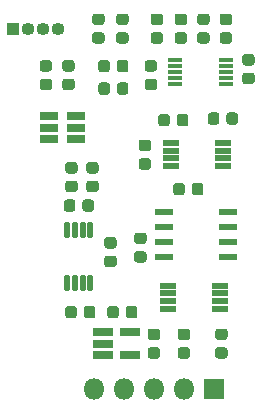
<source format=gbr>
%TF.GenerationSoftware,KiCad,Pcbnew,(5.1.6)-1*%
%TF.CreationDate,2021-06-11T10:25:49-05:00*%
%TF.ProjectId,Sapphire_AnalogMic,53617070-6869-4726-955f-416e616c6f67,rev?*%
%TF.SameCoordinates,Original*%
%TF.FileFunction,Soldermask,Top*%
%TF.FilePolarity,Negative*%
%FSLAX46Y46*%
G04 Gerber Fmt 4.6, Leading zero omitted, Abs format (unit mm)*
G04 Created by KiCad (PCBNEW (5.1.6)-1) date 2021-06-11 10:25:49*
%MOMM*%
%LPD*%
G01*
G04 APERTURE LIST*
%ADD10O,1.100000X1.100000*%
%ADD11R,1.100000X1.100000*%
%ADD12R,1.420800X0.506400*%
%ADD13R,1.560500X0.633400*%
%ADD14R,1.573200X0.658800*%
%ADD15R,1.200000X0.350000*%
%ADD16O,1.800000X1.800000*%
%ADD17R,1.800000X1.800000*%
%ADD18R,1.674800X0.658800*%
%ADD19O,0.549999X1.450000*%
G04 APERTURE END LIST*
D10*
%TO.C,J102*%
X114427000Y-101600000D03*
X113157000Y-101600000D03*
X111887000Y-101600000D03*
D11*
X110617000Y-101600000D03*
%TD*%
D12*
%TO.C,U101*%
X123774200Y-125308360D03*
X123774200Y-124658120D03*
X123774200Y-124007880D03*
X123774200Y-123357640D03*
X128193800Y-123357640D03*
X128193800Y-124007880D03*
X128193800Y-124658120D03*
X128193800Y-125308360D03*
%TD*%
%TO.C,C105*%
G36*
G01*
X122074250Y-111968000D02*
X121511750Y-111968000D01*
G75*
G02*
X121268000Y-111724250I0J243750D01*
G01*
X121268000Y-111236750D01*
G75*
G02*
X121511750Y-110993000I243750J0D01*
G01*
X122074250Y-110993000D01*
G75*
G02*
X122318000Y-111236750I0J-243750D01*
G01*
X122318000Y-111724250D01*
G75*
G02*
X122074250Y-111968000I-243750J0D01*
G01*
G37*
G36*
G01*
X122074250Y-113543000D02*
X121511750Y-113543000D01*
G75*
G02*
X121268000Y-113299250I0J243750D01*
G01*
X121268000Y-112811750D01*
G75*
G02*
X121511750Y-112568000I243750J0D01*
G01*
X122074250Y-112568000D01*
G75*
G02*
X122318000Y-112811750I0J-243750D01*
G01*
X122318000Y-113299250D01*
G75*
G02*
X122074250Y-113543000I-243750J0D01*
G01*
G37*
%TD*%
D13*
%TO.C,U107*%
X128835150Y-117094000D03*
X128835150Y-118364000D03*
X128835150Y-119634000D03*
X128835150Y-120904000D03*
X123386850Y-120904000D03*
X123386850Y-119634000D03*
X123386850Y-118364000D03*
X123386850Y-117094000D03*
%TD*%
%TO.C,C112*%
G36*
G01*
X121693250Y-119842000D02*
X121130750Y-119842000D01*
G75*
G02*
X120887000Y-119598250I0J243750D01*
G01*
X120887000Y-119110750D01*
G75*
G02*
X121130750Y-118867000I243750J0D01*
G01*
X121693250Y-118867000D01*
G75*
G02*
X121937000Y-119110750I0J-243750D01*
G01*
X121937000Y-119598250D01*
G75*
G02*
X121693250Y-119842000I-243750J0D01*
G01*
G37*
G36*
G01*
X121693250Y-121417000D02*
X121130750Y-121417000D01*
G75*
G02*
X120887000Y-121173250I0J243750D01*
G01*
X120887000Y-120685750D01*
G75*
G02*
X121130750Y-120442000I243750J0D01*
G01*
X121693250Y-120442000D01*
G75*
G02*
X121937000Y-120685750I0J-243750D01*
G01*
X121937000Y-121173250D01*
G75*
G02*
X121693250Y-121417000I-243750J0D01*
G01*
G37*
%TD*%
%TO.C,C110*%
G36*
G01*
X125776000Y-115470250D02*
X125776000Y-114907750D01*
G75*
G02*
X126019750Y-114664000I243750J0D01*
G01*
X126507250Y-114664000D01*
G75*
G02*
X126751000Y-114907750I0J-243750D01*
G01*
X126751000Y-115470250D01*
G75*
G02*
X126507250Y-115714000I-243750J0D01*
G01*
X126019750Y-115714000D01*
G75*
G02*
X125776000Y-115470250I0J243750D01*
G01*
G37*
G36*
G01*
X124201000Y-115470250D02*
X124201000Y-114907750D01*
G75*
G02*
X124444750Y-114664000I243750J0D01*
G01*
X124932250Y-114664000D01*
G75*
G02*
X125176000Y-114907750I0J-243750D01*
G01*
X125176000Y-115470250D01*
G75*
G02*
X124932250Y-115714000I-243750J0D01*
G01*
X124444750Y-115714000D01*
G75*
G02*
X124201000Y-115470250I0J243750D01*
G01*
G37*
%TD*%
D14*
%TO.C,U106*%
X113690400Y-110932001D03*
X113690400Y-109982000D03*
X113690400Y-109031999D03*
X115925600Y-109031999D03*
X115925600Y-109982000D03*
X115925600Y-110932001D03*
%TD*%
%TO.C,R106*%
G36*
G01*
X126464750Y-101900000D02*
X127027250Y-101900000D01*
G75*
G02*
X127271000Y-102143750I0J-243750D01*
G01*
X127271000Y-102631250D01*
G75*
G02*
X127027250Y-102875000I-243750J0D01*
G01*
X126464750Y-102875000D01*
G75*
G02*
X126221000Y-102631250I0J243750D01*
G01*
X126221000Y-102143750D01*
G75*
G02*
X126464750Y-101900000I243750J0D01*
G01*
G37*
G36*
G01*
X126464750Y-100325000D02*
X127027250Y-100325000D01*
G75*
G02*
X127271000Y-100568750I0J-243750D01*
G01*
X127271000Y-101056250D01*
G75*
G02*
X127027250Y-101300000I-243750J0D01*
G01*
X126464750Y-101300000D01*
G75*
G02*
X126221000Y-101056250I0J243750D01*
G01*
X126221000Y-100568750D01*
G75*
G02*
X126464750Y-100325000I243750J0D01*
G01*
G37*
%TD*%
%TO.C,R104*%
G36*
G01*
X122527750Y-101900000D02*
X123090250Y-101900000D01*
G75*
G02*
X123334000Y-102143750I0J-243750D01*
G01*
X123334000Y-102631250D01*
G75*
G02*
X123090250Y-102875000I-243750J0D01*
G01*
X122527750Y-102875000D01*
G75*
G02*
X122284000Y-102631250I0J243750D01*
G01*
X122284000Y-102143750D01*
G75*
G02*
X122527750Y-101900000I243750J0D01*
G01*
G37*
G36*
G01*
X122527750Y-100325000D02*
X123090250Y-100325000D01*
G75*
G02*
X123334000Y-100568750I0J-243750D01*
G01*
X123334000Y-101056250D01*
G75*
G02*
X123090250Y-101300000I-243750J0D01*
G01*
X122527750Y-101300000D01*
G75*
G02*
X122284000Y-101056250I0J243750D01*
G01*
X122284000Y-100568750D01*
G75*
G02*
X122527750Y-100325000I243750J0D01*
G01*
G37*
%TD*%
D15*
%TO.C,U105*%
X128642000Y-104283000D03*
X128642000Y-104783000D03*
X128642000Y-105283000D03*
X128642000Y-105783000D03*
X128642000Y-106283000D03*
X124342000Y-106283000D03*
X124342000Y-105783000D03*
X124342000Y-105283000D03*
X124342000Y-104783000D03*
X124342000Y-104283000D03*
%TD*%
%TO.C,C106*%
G36*
G01*
X115034750Y-105837000D02*
X115597250Y-105837000D01*
G75*
G02*
X115841000Y-106080750I0J-243750D01*
G01*
X115841000Y-106568250D01*
G75*
G02*
X115597250Y-106812000I-243750J0D01*
G01*
X115034750Y-106812000D01*
G75*
G02*
X114791000Y-106568250I0J243750D01*
G01*
X114791000Y-106080750D01*
G75*
G02*
X115034750Y-105837000I243750J0D01*
G01*
G37*
G36*
G01*
X115034750Y-104262000D02*
X115597250Y-104262000D01*
G75*
G02*
X115841000Y-104505750I0J-243750D01*
G01*
X115841000Y-104993250D01*
G75*
G02*
X115597250Y-105237000I-243750J0D01*
G01*
X115034750Y-105237000D01*
G75*
G02*
X114791000Y-104993250I0J243750D01*
G01*
X114791000Y-104505750D01*
G75*
G02*
X115034750Y-104262000I243750J0D01*
G01*
G37*
%TD*%
%TO.C,R115*%
G36*
G01*
X128369750Y-101900000D02*
X128932250Y-101900000D01*
G75*
G02*
X129176000Y-102143750I0J-243750D01*
G01*
X129176000Y-102631250D01*
G75*
G02*
X128932250Y-102875000I-243750J0D01*
G01*
X128369750Y-102875000D01*
G75*
G02*
X128126000Y-102631250I0J243750D01*
G01*
X128126000Y-102143750D01*
G75*
G02*
X128369750Y-101900000I243750J0D01*
G01*
G37*
G36*
G01*
X128369750Y-100325000D02*
X128932250Y-100325000D01*
G75*
G02*
X129176000Y-100568750I0J-243750D01*
G01*
X129176000Y-101056250D01*
G75*
G02*
X128932250Y-101300000I-243750J0D01*
G01*
X128369750Y-101300000D01*
G75*
G02*
X128126000Y-101056250I0J243750D01*
G01*
X128126000Y-100568750D01*
G75*
G02*
X128369750Y-100325000I243750J0D01*
G01*
G37*
%TD*%
%TO.C,R114*%
G36*
G01*
X124559750Y-101900000D02*
X125122250Y-101900000D01*
G75*
G02*
X125366000Y-102143750I0J-243750D01*
G01*
X125366000Y-102631250D01*
G75*
G02*
X125122250Y-102875000I-243750J0D01*
G01*
X124559750Y-102875000D01*
G75*
G02*
X124316000Y-102631250I0J243750D01*
G01*
X124316000Y-102143750D01*
G75*
G02*
X124559750Y-101900000I243750J0D01*
G01*
G37*
G36*
G01*
X124559750Y-100325000D02*
X125122250Y-100325000D01*
G75*
G02*
X125366000Y-100568750I0J-243750D01*
G01*
X125366000Y-101056250D01*
G75*
G02*
X125122250Y-101300000I-243750J0D01*
G01*
X124559750Y-101300000D01*
G75*
G02*
X124316000Y-101056250I0J243750D01*
G01*
X124316000Y-100568750D01*
G75*
G02*
X124559750Y-100325000I243750J0D01*
G01*
G37*
%TD*%
%TO.C,R113*%
G36*
G01*
X119606750Y-101900000D02*
X120169250Y-101900000D01*
G75*
G02*
X120413000Y-102143750I0J-243750D01*
G01*
X120413000Y-102631250D01*
G75*
G02*
X120169250Y-102875000I-243750J0D01*
G01*
X119606750Y-102875000D01*
G75*
G02*
X119363000Y-102631250I0J243750D01*
G01*
X119363000Y-102143750D01*
G75*
G02*
X119606750Y-101900000I243750J0D01*
G01*
G37*
G36*
G01*
X119606750Y-100325000D02*
X120169250Y-100325000D01*
G75*
G02*
X120413000Y-100568750I0J-243750D01*
G01*
X120413000Y-101056250D01*
G75*
G02*
X120169250Y-101300000I-243750J0D01*
G01*
X119606750Y-101300000D01*
G75*
G02*
X119363000Y-101056250I0J243750D01*
G01*
X119363000Y-100568750D01*
G75*
G02*
X119606750Y-100325000I243750J0D01*
G01*
G37*
%TD*%
%TO.C,R112*%
G36*
G01*
X118137250Y-101300000D02*
X117574750Y-101300000D01*
G75*
G02*
X117331000Y-101056250I0J243750D01*
G01*
X117331000Y-100568750D01*
G75*
G02*
X117574750Y-100325000I243750J0D01*
G01*
X118137250Y-100325000D01*
G75*
G02*
X118381000Y-100568750I0J-243750D01*
G01*
X118381000Y-101056250D01*
G75*
G02*
X118137250Y-101300000I-243750J0D01*
G01*
G37*
G36*
G01*
X118137250Y-102875000D02*
X117574750Y-102875000D01*
G75*
G02*
X117331000Y-102631250I0J243750D01*
G01*
X117331000Y-102143750D01*
G75*
G02*
X117574750Y-101900000I243750J0D01*
G01*
X118137250Y-101900000D01*
G75*
G02*
X118381000Y-102143750I0J-243750D01*
G01*
X118381000Y-102631250D01*
G75*
G02*
X118137250Y-102875000I-243750J0D01*
G01*
G37*
%TD*%
%TO.C,R110*%
G36*
G01*
X118826000Y-106398750D02*
X118826000Y-106961250D01*
G75*
G02*
X118582250Y-107205000I-243750J0D01*
G01*
X118094750Y-107205000D01*
G75*
G02*
X117851000Y-106961250I0J243750D01*
G01*
X117851000Y-106398750D01*
G75*
G02*
X118094750Y-106155000I243750J0D01*
G01*
X118582250Y-106155000D01*
G75*
G02*
X118826000Y-106398750I0J-243750D01*
G01*
G37*
G36*
G01*
X120401000Y-106398750D02*
X120401000Y-106961250D01*
G75*
G02*
X120157250Y-107205000I-243750J0D01*
G01*
X119669750Y-107205000D01*
G75*
G02*
X119426000Y-106961250I0J243750D01*
G01*
X119426000Y-106398750D01*
G75*
G02*
X119669750Y-106155000I243750J0D01*
G01*
X120157250Y-106155000D01*
G75*
G02*
X120401000Y-106398750I0J-243750D01*
G01*
G37*
%TD*%
%TO.C,R109*%
G36*
G01*
X118826000Y-104493750D02*
X118826000Y-105056250D01*
G75*
G02*
X118582250Y-105300000I-243750J0D01*
G01*
X118094750Y-105300000D01*
G75*
G02*
X117851000Y-105056250I0J243750D01*
G01*
X117851000Y-104493750D01*
G75*
G02*
X118094750Y-104250000I243750J0D01*
G01*
X118582250Y-104250000D01*
G75*
G02*
X118826000Y-104493750I0J-243750D01*
G01*
G37*
G36*
G01*
X120401000Y-104493750D02*
X120401000Y-105056250D01*
G75*
G02*
X120157250Y-105300000I-243750J0D01*
G01*
X119669750Y-105300000D01*
G75*
G02*
X119426000Y-105056250I0J243750D01*
G01*
X119426000Y-104493750D01*
G75*
G02*
X119669750Y-104250000I243750J0D01*
G01*
X120157250Y-104250000D01*
G75*
G02*
X120401000Y-104493750I0J-243750D01*
G01*
G37*
%TD*%
%TO.C,R105*%
G36*
G01*
X113692250Y-105237000D02*
X113129750Y-105237000D01*
G75*
G02*
X112886000Y-104993250I0J243750D01*
G01*
X112886000Y-104505750D01*
G75*
G02*
X113129750Y-104262000I243750J0D01*
G01*
X113692250Y-104262000D01*
G75*
G02*
X113936000Y-104505750I0J-243750D01*
G01*
X113936000Y-104993250D01*
G75*
G02*
X113692250Y-105237000I-243750J0D01*
G01*
G37*
G36*
G01*
X113692250Y-106812000D02*
X113129750Y-106812000D01*
G75*
G02*
X112886000Y-106568250I0J243750D01*
G01*
X112886000Y-106080750D01*
G75*
G02*
X113129750Y-105837000I243750J0D01*
G01*
X113692250Y-105837000D01*
G75*
G02*
X113936000Y-106080750I0J-243750D01*
G01*
X113936000Y-106568250D01*
G75*
G02*
X113692250Y-106812000I-243750J0D01*
G01*
G37*
%TD*%
%TO.C,R103*%
G36*
G01*
X119153250Y-120223000D02*
X118590750Y-120223000D01*
G75*
G02*
X118347000Y-119979250I0J243750D01*
G01*
X118347000Y-119491750D01*
G75*
G02*
X118590750Y-119248000I243750J0D01*
G01*
X119153250Y-119248000D01*
G75*
G02*
X119397000Y-119491750I0J-243750D01*
G01*
X119397000Y-119979250D01*
G75*
G02*
X119153250Y-120223000I-243750J0D01*
G01*
G37*
G36*
G01*
X119153250Y-121798000D02*
X118590750Y-121798000D01*
G75*
G02*
X118347000Y-121554250I0J243750D01*
G01*
X118347000Y-121066750D01*
G75*
G02*
X118590750Y-120823000I243750J0D01*
G01*
X119153250Y-120823000D01*
G75*
G02*
X119397000Y-121066750I0J-243750D01*
G01*
X119397000Y-121554250D01*
G75*
G02*
X119153250Y-121798000I-243750J0D01*
G01*
G37*
%TD*%
%TO.C,R102*%
G36*
G01*
X117629250Y-113873000D02*
X117066750Y-113873000D01*
G75*
G02*
X116823000Y-113629250I0J243750D01*
G01*
X116823000Y-113141750D01*
G75*
G02*
X117066750Y-112898000I243750J0D01*
G01*
X117629250Y-112898000D01*
G75*
G02*
X117873000Y-113141750I0J-243750D01*
G01*
X117873000Y-113629250D01*
G75*
G02*
X117629250Y-113873000I-243750J0D01*
G01*
G37*
G36*
G01*
X117629250Y-115448000D02*
X117066750Y-115448000D01*
G75*
G02*
X116823000Y-115204250I0J243750D01*
G01*
X116823000Y-114716750D01*
G75*
G02*
X117066750Y-114473000I243750J0D01*
G01*
X117629250Y-114473000D01*
G75*
G02*
X117873000Y-114716750I0J-243750D01*
G01*
X117873000Y-115204250D01*
G75*
G02*
X117629250Y-115448000I-243750J0D01*
G01*
G37*
%TD*%
%TO.C,R101*%
G36*
G01*
X115851250Y-113873000D02*
X115288750Y-113873000D01*
G75*
G02*
X115045000Y-113629250I0J243750D01*
G01*
X115045000Y-113141750D01*
G75*
G02*
X115288750Y-112898000I243750J0D01*
G01*
X115851250Y-112898000D01*
G75*
G02*
X116095000Y-113141750I0J-243750D01*
G01*
X116095000Y-113629250D01*
G75*
G02*
X115851250Y-113873000I-243750J0D01*
G01*
G37*
G36*
G01*
X115851250Y-115448000D02*
X115288750Y-115448000D01*
G75*
G02*
X115045000Y-115204250I0J243750D01*
G01*
X115045000Y-114716750D01*
G75*
G02*
X115288750Y-114473000I243750J0D01*
G01*
X115851250Y-114473000D01*
G75*
G02*
X116095000Y-114716750I0J-243750D01*
G01*
X116095000Y-115204250D01*
G75*
G02*
X115851250Y-115448000I-243750J0D01*
G01*
G37*
%TD*%
%TO.C,FB102*%
G36*
G01*
X124813750Y-128570000D02*
X125376250Y-128570000D01*
G75*
G02*
X125620000Y-128813750I0J-243750D01*
G01*
X125620000Y-129301250D01*
G75*
G02*
X125376250Y-129545000I-243750J0D01*
G01*
X124813750Y-129545000D01*
G75*
G02*
X124570000Y-129301250I0J243750D01*
G01*
X124570000Y-128813750D01*
G75*
G02*
X124813750Y-128570000I243750J0D01*
G01*
G37*
G36*
G01*
X124813750Y-126995000D02*
X125376250Y-126995000D01*
G75*
G02*
X125620000Y-127238750I0J-243750D01*
G01*
X125620000Y-127726250D01*
G75*
G02*
X125376250Y-127970000I-243750J0D01*
G01*
X124813750Y-127970000D01*
G75*
G02*
X124570000Y-127726250I0J243750D01*
G01*
X124570000Y-127238750D01*
G75*
G02*
X124813750Y-126995000I243750J0D01*
G01*
G37*
%TD*%
%TO.C,FB101*%
G36*
G01*
X127988750Y-128570000D02*
X128551250Y-128570000D01*
G75*
G02*
X128795000Y-128813750I0J-243750D01*
G01*
X128795000Y-129301250D01*
G75*
G02*
X128551250Y-129545000I-243750J0D01*
G01*
X127988750Y-129545000D01*
G75*
G02*
X127745000Y-129301250I0J243750D01*
G01*
X127745000Y-128813750D01*
G75*
G02*
X127988750Y-128570000I243750J0D01*
G01*
G37*
G36*
G01*
X127988750Y-126995000D02*
X128551250Y-126995000D01*
G75*
G02*
X128795000Y-127238750I0J-243750D01*
G01*
X128795000Y-127726250D01*
G75*
G02*
X128551250Y-127970000I-243750J0D01*
G01*
X127988750Y-127970000D01*
G75*
G02*
X127745000Y-127726250I0J243750D01*
G01*
X127745000Y-127238750D01*
G75*
G02*
X127988750Y-126995000I243750J0D01*
G01*
G37*
%TD*%
%TO.C,C111*%
G36*
G01*
X124506000Y-109628250D02*
X124506000Y-109065750D01*
G75*
G02*
X124749750Y-108822000I243750J0D01*
G01*
X125237250Y-108822000D01*
G75*
G02*
X125481000Y-109065750I0J-243750D01*
G01*
X125481000Y-109628250D01*
G75*
G02*
X125237250Y-109872000I-243750J0D01*
G01*
X124749750Y-109872000D01*
G75*
G02*
X124506000Y-109628250I0J243750D01*
G01*
G37*
G36*
G01*
X122931000Y-109628250D02*
X122931000Y-109065750D01*
G75*
G02*
X123174750Y-108822000I243750J0D01*
G01*
X123662250Y-108822000D01*
G75*
G02*
X123906000Y-109065750I0J-243750D01*
G01*
X123906000Y-109628250D01*
G75*
G02*
X123662250Y-109872000I-243750J0D01*
G01*
X123174750Y-109872000D01*
G75*
G02*
X122931000Y-109628250I0J243750D01*
G01*
G37*
%TD*%
%TO.C,C109*%
G36*
G01*
X130837250Y-104729000D02*
X130274750Y-104729000D01*
G75*
G02*
X130031000Y-104485250I0J243750D01*
G01*
X130031000Y-103997750D01*
G75*
G02*
X130274750Y-103754000I243750J0D01*
G01*
X130837250Y-103754000D01*
G75*
G02*
X131081000Y-103997750I0J-243750D01*
G01*
X131081000Y-104485250D01*
G75*
G02*
X130837250Y-104729000I-243750J0D01*
G01*
G37*
G36*
G01*
X130837250Y-106304000D02*
X130274750Y-106304000D01*
G75*
G02*
X130031000Y-106060250I0J243750D01*
G01*
X130031000Y-105572750D01*
G75*
G02*
X130274750Y-105329000I243750J0D01*
G01*
X130837250Y-105329000D01*
G75*
G02*
X131081000Y-105572750I0J-243750D01*
G01*
X131081000Y-106060250D01*
G75*
G02*
X130837250Y-106304000I-243750J0D01*
G01*
G37*
%TD*%
%TO.C,C108*%
G36*
G01*
X128097000Y-108938750D02*
X128097000Y-109501250D01*
G75*
G02*
X127853250Y-109745000I-243750J0D01*
G01*
X127365750Y-109745000D01*
G75*
G02*
X127122000Y-109501250I0J243750D01*
G01*
X127122000Y-108938750D01*
G75*
G02*
X127365750Y-108695000I243750J0D01*
G01*
X127853250Y-108695000D01*
G75*
G02*
X128097000Y-108938750I0J-243750D01*
G01*
G37*
G36*
G01*
X129672000Y-108938750D02*
X129672000Y-109501250D01*
G75*
G02*
X129428250Y-109745000I-243750J0D01*
G01*
X128940750Y-109745000D01*
G75*
G02*
X128697000Y-109501250I0J243750D01*
G01*
X128697000Y-108938750D01*
G75*
G02*
X128940750Y-108695000I243750J0D01*
G01*
X129428250Y-108695000D01*
G75*
G02*
X129672000Y-108938750I0J-243750D01*
G01*
G37*
%TD*%
%TO.C,C107*%
G36*
G01*
X122019750Y-105837000D02*
X122582250Y-105837000D01*
G75*
G02*
X122826000Y-106080750I0J-243750D01*
G01*
X122826000Y-106568250D01*
G75*
G02*
X122582250Y-106812000I-243750J0D01*
G01*
X122019750Y-106812000D01*
G75*
G02*
X121776000Y-106568250I0J243750D01*
G01*
X121776000Y-106080750D01*
G75*
G02*
X122019750Y-105837000I243750J0D01*
G01*
G37*
G36*
G01*
X122019750Y-104262000D02*
X122582250Y-104262000D01*
G75*
G02*
X122826000Y-104505750I0J-243750D01*
G01*
X122826000Y-104993250D01*
G75*
G02*
X122582250Y-105237000I-243750J0D01*
G01*
X122019750Y-105237000D01*
G75*
G02*
X121776000Y-104993250I0J243750D01*
G01*
X121776000Y-104505750D01*
G75*
G02*
X122019750Y-104262000I243750J0D01*
G01*
G37*
%TD*%
%TO.C,C104*%
G36*
G01*
X116632000Y-125884250D02*
X116632000Y-125321750D01*
G75*
G02*
X116875750Y-125078000I243750J0D01*
G01*
X117363250Y-125078000D01*
G75*
G02*
X117607000Y-125321750I0J-243750D01*
G01*
X117607000Y-125884250D01*
G75*
G02*
X117363250Y-126128000I-243750J0D01*
G01*
X116875750Y-126128000D01*
G75*
G02*
X116632000Y-125884250I0J243750D01*
G01*
G37*
G36*
G01*
X115057000Y-125884250D02*
X115057000Y-125321750D01*
G75*
G02*
X115300750Y-125078000I243750J0D01*
G01*
X115788250Y-125078000D01*
G75*
G02*
X116032000Y-125321750I0J-243750D01*
G01*
X116032000Y-125884250D01*
G75*
G02*
X115788250Y-126128000I-243750J0D01*
G01*
X115300750Y-126128000D01*
G75*
G02*
X115057000Y-125884250I0J243750D01*
G01*
G37*
%TD*%
%TO.C,C103*%
G36*
G01*
X120188000Y-125884250D02*
X120188000Y-125321750D01*
G75*
G02*
X120431750Y-125078000I243750J0D01*
G01*
X120919250Y-125078000D01*
G75*
G02*
X121163000Y-125321750I0J-243750D01*
G01*
X121163000Y-125884250D01*
G75*
G02*
X120919250Y-126128000I-243750J0D01*
G01*
X120431750Y-126128000D01*
G75*
G02*
X120188000Y-125884250I0J243750D01*
G01*
G37*
G36*
G01*
X118613000Y-125884250D02*
X118613000Y-125321750D01*
G75*
G02*
X118856750Y-125078000I243750J0D01*
G01*
X119344250Y-125078000D01*
G75*
G02*
X119588000Y-125321750I0J-243750D01*
G01*
X119588000Y-125884250D01*
G75*
G02*
X119344250Y-126128000I-243750J0D01*
G01*
X118856750Y-126128000D01*
G75*
G02*
X118613000Y-125884250I0J243750D01*
G01*
G37*
%TD*%
%TO.C,C102*%
G36*
G01*
X122836250Y-127970000D02*
X122273750Y-127970000D01*
G75*
G02*
X122030000Y-127726250I0J243750D01*
G01*
X122030000Y-127238750D01*
G75*
G02*
X122273750Y-126995000I243750J0D01*
G01*
X122836250Y-126995000D01*
G75*
G02*
X123080000Y-127238750I0J-243750D01*
G01*
X123080000Y-127726250D01*
G75*
G02*
X122836250Y-127970000I-243750J0D01*
G01*
G37*
G36*
G01*
X122836250Y-129545000D02*
X122273750Y-129545000D01*
G75*
G02*
X122030000Y-129301250I0J243750D01*
G01*
X122030000Y-128813750D01*
G75*
G02*
X122273750Y-128570000I243750J0D01*
G01*
X122836250Y-128570000D01*
G75*
G02*
X123080000Y-128813750I0J-243750D01*
G01*
X123080000Y-129301250D01*
G75*
G02*
X122836250Y-129545000I-243750J0D01*
G01*
G37*
%TD*%
%TO.C,C101*%
G36*
G01*
X116505000Y-116867250D02*
X116505000Y-116304750D01*
G75*
G02*
X116748750Y-116061000I243750J0D01*
G01*
X117236250Y-116061000D01*
G75*
G02*
X117480000Y-116304750I0J-243750D01*
G01*
X117480000Y-116867250D01*
G75*
G02*
X117236250Y-117111000I-243750J0D01*
G01*
X116748750Y-117111000D01*
G75*
G02*
X116505000Y-116867250I0J243750D01*
G01*
G37*
G36*
G01*
X114930000Y-116867250D02*
X114930000Y-116304750D01*
G75*
G02*
X115173750Y-116061000I243750J0D01*
G01*
X115661250Y-116061000D01*
G75*
G02*
X115905000Y-116304750I0J-243750D01*
G01*
X115905000Y-116867250D01*
G75*
G02*
X115661250Y-117111000I-243750J0D01*
G01*
X115173750Y-117111000D01*
G75*
G02*
X114930000Y-116867250I0J243750D01*
G01*
G37*
%TD*%
D16*
%TO.C,J101*%
X117475000Y-132080000D03*
X120015000Y-132080000D03*
X122555000Y-132080000D03*
X125095000Y-132080000D03*
D17*
X127635000Y-132080000D03*
%TD*%
D12*
%TO.C,U104*%
X128447800Y-111292640D03*
X128447800Y-111942880D03*
X128447800Y-112593120D03*
X128447800Y-113243360D03*
X124028200Y-113243360D03*
X124028200Y-112593120D03*
X124028200Y-111942880D03*
X124028200Y-111292640D03*
%TD*%
D18*
%TO.C,U103*%
X120548400Y-127319999D03*
X120548400Y-129220001D03*
X118211600Y-129220001D03*
X118211600Y-128270000D03*
X118211600Y-127319999D03*
%TD*%
D19*
%TO.C,U102*%
X117179999Y-123129002D03*
X116529998Y-123129002D03*
X115879999Y-123129002D03*
X115229998Y-123129002D03*
X115229998Y-118679001D03*
X115879999Y-118679001D03*
X116529998Y-118679001D03*
X117179999Y-118679001D03*
%TD*%
M02*

</source>
